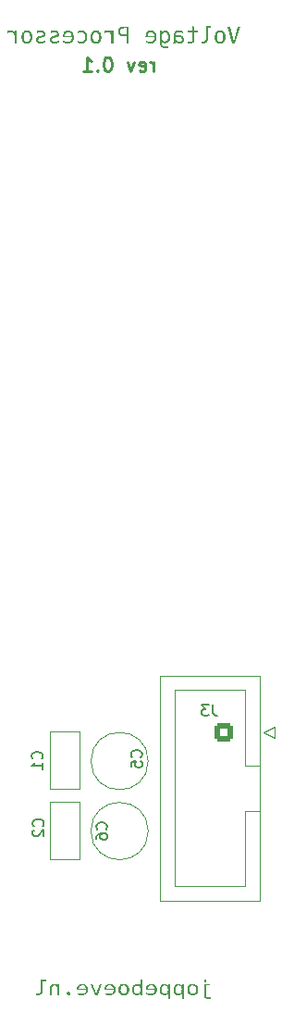
<source format=gbo>
%TF.GenerationSoftware,KiCad,Pcbnew,8.0.4-8.0.4-0~ubuntu22.04.1*%
%TF.CreationDate,2024-07-28T19:50:56+02:00*%
%TF.ProjectId,VoltageProcessor,566f6c74-6167-4655-9072-6f636573736f,0.1*%
%TF.SameCoordinates,Original*%
%TF.FileFunction,Legend,Bot*%
%TF.FilePolarity,Positive*%
%FSLAX46Y46*%
G04 Gerber Fmt 4.6, Leading zero omitted, Abs format (unit mm)*
G04 Created by KiCad (PCBNEW 8.0.4-8.0.4-0~ubuntu22.04.1) date 2024-07-28 19:50:56*
%MOMM*%
%LPD*%
G01*
G04 APERTURE LIST*
G04 Aperture macros list*
%AMRoundRect*
0 Rectangle with rounded corners*
0 $1 Rounding radius*
0 $2 $3 $4 $5 $6 $7 $8 $9 X,Y pos of 4 corners*
0 Add a 4 corners polygon primitive as box body*
4,1,4,$2,$3,$4,$5,$6,$7,$8,$9,$2,$3,0*
0 Add four circle primitives for the rounded corners*
1,1,$1+$1,$2,$3*
1,1,$1+$1,$4,$5*
1,1,$1+$1,$6,$7*
1,1,$1+$1,$8,$9*
0 Add four rect primitives between the rounded corners*
20,1,$1+$1,$2,$3,$4,$5,0*
20,1,$1+$1,$4,$5,$6,$7,0*
20,1,$1+$1,$6,$7,$8,$9,0*
20,1,$1+$1,$8,$9,$2,$3,0*%
G04 Aperture macros list end*
%ADD10C,0.275000*%
%ADD11C,0.200000*%
%ADD12C,0.100000*%
%ADD13C,0.150000*%
%ADD14C,0.120000*%
%ADD15C,1.400000*%
%ADD16O,1.400000X1.400000*%
%ADD17C,1.600000*%
%ADD18C,2.000000*%
%ADD19C,3.500000*%
%ADD20O,1.500000X2.000000*%
%ADD21R,1.600000X1.600000*%
%ADD22O,1.600000X1.600000*%
%ADD23RoundRect,0.250000X0.600000X0.600000X-0.600000X0.600000X-0.600000X-0.600000X0.600000X-0.600000X0*%
%ADD24C,1.700000*%
G04 APERTURE END LIST*
D10*
X110009555Y-66076604D02*
X110009555Y-65209938D01*
X110009555Y-65457557D02*
X109947650Y-65333747D01*
X109947650Y-65333747D02*
X109885745Y-65271842D01*
X109885745Y-65271842D02*
X109761936Y-65209938D01*
X109761936Y-65209938D02*
X109638126Y-65209938D01*
X108709555Y-66014700D02*
X108833364Y-66076604D01*
X108833364Y-66076604D02*
X109080983Y-66076604D01*
X109080983Y-66076604D02*
X109204793Y-66014700D01*
X109204793Y-66014700D02*
X109266697Y-65890890D01*
X109266697Y-65890890D02*
X109266697Y-65395652D01*
X109266697Y-65395652D02*
X109204793Y-65271842D01*
X109204793Y-65271842D02*
X109080983Y-65209938D01*
X109080983Y-65209938D02*
X108833364Y-65209938D01*
X108833364Y-65209938D02*
X108709555Y-65271842D01*
X108709555Y-65271842D02*
X108647650Y-65395652D01*
X108647650Y-65395652D02*
X108647650Y-65519461D01*
X108647650Y-65519461D02*
X109266697Y-65643271D01*
X108214316Y-65209938D02*
X107904792Y-66076604D01*
X107904792Y-66076604D02*
X107595269Y-65209938D01*
X105861936Y-64776604D02*
X105738126Y-64776604D01*
X105738126Y-64776604D02*
X105614317Y-64838509D01*
X105614317Y-64838509D02*
X105552412Y-64900414D01*
X105552412Y-64900414D02*
X105490507Y-65024223D01*
X105490507Y-65024223D02*
X105428602Y-65271842D01*
X105428602Y-65271842D02*
X105428602Y-65581366D01*
X105428602Y-65581366D02*
X105490507Y-65828985D01*
X105490507Y-65828985D02*
X105552412Y-65952795D01*
X105552412Y-65952795D02*
X105614317Y-66014700D01*
X105614317Y-66014700D02*
X105738126Y-66076604D01*
X105738126Y-66076604D02*
X105861936Y-66076604D01*
X105861936Y-66076604D02*
X105985745Y-66014700D01*
X105985745Y-66014700D02*
X106047650Y-65952795D01*
X106047650Y-65952795D02*
X106109555Y-65828985D01*
X106109555Y-65828985D02*
X106171459Y-65581366D01*
X106171459Y-65581366D02*
X106171459Y-65271842D01*
X106171459Y-65271842D02*
X106109555Y-65024223D01*
X106109555Y-65024223D02*
X106047650Y-64900414D01*
X106047650Y-64900414D02*
X105985745Y-64838509D01*
X105985745Y-64838509D02*
X105861936Y-64776604D01*
X104871460Y-65952795D02*
X104809555Y-66014700D01*
X104809555Y-66014700D02*
X104871460Y-66076604D01*
X104871460Y-66076604D02*
X104933364Y-66014700D01*
X104933364Y-66014700D02*
X104871460Y-65952795D01*
X104871460Y-65952795D02*
X104871460Y-66076604D01*
X103571459Y-66076604D02*
X104314316Y-66076604D01*
X103942888Y-66076604D02*
X103942888Y-64776604D01*
X103942888Y-64776604D02*
X104066697Y-64962319D01*
X104066697Y-64962319D02*
X104190507Y-65086128D01*
X104190507Y-65086128D02*
X104314316Y-65148033D01*
D11*
G36*
X117941381Y-61970924D02*
G01*
X117727424Y-61970924D01*
X117368387Y-63323541D01*
X117008618Y-61970924D01*
X116794295Y-61970924D01*
X117242358Y-63495000D01*
X117493318Y-63495000D01*
X117941381Y-61970924D01*
G37*
G36*
X116118817Y-62322785D02*
G01*
X116202812Y-62330032D01*
X116279053Y-62348150D01*
X116347540Y-62377138D01*
X116417642Y-62424698D01*
X116469330Y-62477240D01*
X116505953Y-62528854D01*
X116541708Y-62599505D01*
X116568524Y-62679662D01*
X116584043Y-62753720D01*
X116593354Y-62834379D01*
X116596458Y-62921639D01*
X116594477Y-62991712D01*
X116586431Y-63073395D01*
X116572195Y-63148512D01*
X116546942Y-63229986D01*
X116512775Y-63302007D01*
X116469696Y-63364574D01*
X116408820Y-63424530D01*
X116337111Y-63469760D01*
X116267022Y-63496808D01*
X116188974Y-63513037D01*
X116102965Y-63518447D01*
X116017730Y-63513076D01*
X115940351Y-63496963D01*
X115870829Y-63470108D01*
X115799650Y-63425201D01*
X115739166Y-63365673D01*
X115702753Y-63314480D01*
X115667204Y-63244241D01*
X115640542Y-63164394D01*
X115625113Y-63090515D01*
X115615856Y-63009963D01*
X115612770Y-62922739D01*
X115612862Y-62919441D01*
X115812805Y-62919441D01*
X115813100Y-62945572D01*
X115817522Y-63019344D01*
X115829388Y-63096654D01*
X115851793Y-63173459D01*
X115888276Y-63245139D01*
X115902997Y-63265436D01*
X115960298Y-63318673D01*
X116030265Y-63349728D01*
X116104064Y-63358712D01*
X116121397Y-63358268D01*
X116200458Y-63342741D01*
X116266855Y-63305031D01*
X116320586Y-63245139D01*
X116334139Y-63222978D01*
X116363763Y-63155412D01*
X116383907Y-63075528D01*
X116393757Y-62995523D01*
X116396423Y-62919441D01*
X116396128Y-62893447D01*
X116391706Y-62820065D01*
X116379840Y-62743179D01*
X116357435Y-62666814D01*
X116320952Y-62595575D01*
X116306222Y-62575344D01*
X116248748Y-62522278D01*
X116178395Y-62491323D01*
X116104064Y-62482369D01*
X116086778Y-62482811D01*
X116007945Y-62498288D01*
X115941778Y-62535876D01*
X115888276Y-62595575D01*
X115874788Y-62617596D01*
X115845307Y-62684755D01*
X115825260Y-62764187D01*
X115815458Y-62843758D01*
X115812805Y-62919441D01*
X115612862Y-62919441D01*
X115614751Y-62851899D01*
X115622797Y-62769418D01*
X115637033Y-62693682D01*
X115662286Y-62611701D01*
X115696453Y-62539431D01*
X115739532Y-62476873D01*
X115800302Y-62416774D01*
X115871696Y-62371436D01*
X115941347Y-62344324D01*
X116018803Y-62328056D01*
X116104064Y-62322634D01*
X116118817Y-62322785D01*
G37*
G36*
X114631646Y-63495000D02*
G01*
X114711514Y-63488290D01*
X114789979Y-63464704D01*
X114856388Y-63424135D01*
X114893963Y-63387655D01*
X114938769Y-63320141D01*
X114966287Y-63248500D01*
X114982218Y-63165913D01*
X114986653Y-63084672D01*
X114986653Y-62060317D01*
X115288904Y-62060317D01*
X115288904Y-61900582D01*
X114797976Y-61900582D01*
X114797976Y-63080642D01*
X114792391Y-63159057D01*
X114771391Y-63233759D01*
X114750715Y-63270052D01*
X114692738Y-63318961D01*
X114618919Y-63335201D01*
X114613328Y-63335265D01*
X114392777Y-63335265D01*
X114392777Y-63495000D01*
X114631646Y-63495000D01*
G37*
G36*
X113382711Y-63495000D02*
G01*
X113457642Y-63492037D01*
X113534090Y-63481093D01*
X113606991Y-63458710D01*
X113670557Y-63420940D01*
X113682030Y-63410736D01*
X113728205Y-63346407D01*
X113755140Y-63268567D01*
X113766513Y-63194961D01*
X113769591Y-63122773D01*
X113769591Y-62505816D01*
X114075872Y-62505816D01*
X114075872Y-62346081D01*
X113769591Y-62346081D01*
X113769591Y-62046762D01*
X113580914Y-61964696D01*
X113580914Y-62346081D01*
X113152267Y-62346081D01*
X113152267Y-62505816D01*
X113580914Y-62505816D01*
X113580914Y-63114347D01*
X113575199Y-63189858D01*
X113551397Y-63261045D01*
X113532554Y-63286172D01*
X113466333Y-63322991D01*
X113393226Y-63334498D01*
X113364392Y-63335265D01*
X113152267Y-63335265D01*
X113152267Y-63495000D01*
X113382711Y-63495000D01*
G37*
G36*
X112385948Y-62324053D02*
G01*
X112459913Y-62331507D01*
X112532745Y-62345348D01*
X112580808Y-62357461D01*
X112652472Y-62378464D01*
X112723621Y-62402868D01*
X112723621Y-62591912D01*
X112679200Y-62567503D01*
X112609476Y-62536213D01*
X112536043Y-62511311D01*
X112485439Y-62498649D01*
X112408674Y-62486439D01*
X112330879Y-62482369D01*
X112267406Y-62485895D01*
X112192395Y-62502259D01*
X112122051Y-62538789D01*
X112076731Y-62593366D01*
X112053562Y-62664938D01*
X112047679Y-62738824D01*
X112047679Y-62768133D01*
X112301203Y-62768133D01*
X112317539Y-62768264D01*
X112397460Y-62772873D01*
X112474446Y-62784064D01*
X112548499Y-62801838D01*
X112616563Y-62827734D01*
X112681515Y-62867377D01*
X112736078Y-62918709D01*
X112744729Y-62929313D01*
X112782333Y-62996745D01*
X112801868Y-63071420D01*
X112807519Y-63149518D01*
X112803719Y-63213502D01*
X112786832Y-63289717D01*
X112751686Y-63363033D01*
X112699441Y-63423192D01*
X112649370Y-63460308D01*
X112576801Y-63494633D01*
X112504558Y-63512493D01*
X112425034Y-63518447D01*
X112351991Y-63513545D01*
X112274287Y-63496831D01*
X112199354Y-63468255D01*
X112136843Y-63431697D01*
X112078660Y-63379500D01*
X112031559Y-63314748D01*
X112028641Y-63334426D01*
X112015073Y-63406706D01*
X112010968Y-63424098D01*
X111987229Y-63495000D01*
X111797819Y-63495000D01*
X111817461Y-63442217D01*
X111836798Y-63365349D01*
X111847644Y-63288370D01*
X111852780Y-63224460D01*
X111856775Y-63150754D01*
X111858269Y-63075879D01*
X111858269Y-62968168D01*
X112047679Y-62968168D01*
X112049310Y-63012256D01*
X112059691Y-63084899D01*
X112081751Y-63159410D01*
X112093250Y-63186408D01*
X112132189Y-63248900D01*
X112188729Y-63303757D01*
X112233394Y-63330322D01*
X112303676Y-63352218D01*
X112378872Y-63358712D01*
X112411319Y-63357451D01*
X112486472Y-63342367D01*
X112552529Y-63307055D01*
X112568071Y-63293316D01*
X112607897Y-63227113D01*
X112618841Y-63150983D01*
X112607974Y-63074170D01*
X112569382Y-63010666D01*
X112512962Y-62970091D01*
X112443353Y-62945087D01*
X112433768Y-62943002D01*
X112361066Y-62931651D01*
X112286915Y-62927868D01*
X112047679Y-62927868D01*
X112047679Y-62968168D01*
X111858269Y-62968168D01*
X111858269Y-62841772D01*
X111859544Y-62762277D01*
X111863952Y-62688088D01*
X111874389Y-62613893D01*
X111887051Y-62569016D01*
X111919200Y-62501791D01*
X111968911Y-62442801D01*
X112001108Y-62416487D01*
X112067600Y-62376827D01*
X112136706Y-62350844D01*
X112185432Y-62338502D01*
X112259896Y-62326601D01*
X112336008Y-62322634D01*
X112385948Y-62324053D01*
G37*
G36*
X111149329Y-62326749D02*
G01*
X111222318Y-62342956D01*
X111291870Y-62374658D01*
X111327638Y-62398888D01*
X111385693Y-62452539D01*
X111429623Y-62512044D01*
X111454009Y-62556031D01*
X111483805Y-62626218D01*
X111505460Y-62701454D01*
X111515718Y-62753135D01*
X111525610Y-62830741D01*
X111528907Y-62908450D01*
X111527442Y-62960153D01*
X111519748Y-63037880D01*
X111505460Y-63115812D01*
X111491973Y-63166691D01*
X111465131Y-63238716D01*
X111430355Y-63305589D01*
X111406017Y-63341483D01*
X111352446Y-63399585D01*
X111293335Y-63443342D01*
X111242421Y-63468313D01*
X111165518Y-63488895D01*
X111085973Y-63495000D01*
X111046972Y-63493364D01*
X110969187Y-63478596D01*
X110900593Y-63448471D01*
X110867549Y-63425430D01*
X110814554Y-63369245D01*
X110775296Y-63301926D01*
X110775296Y-63440411D01*
X110775913Y-63472116D01*
X110783295Y-63549105D01*
X110800575Y-63623227D01*
X110802168Y-63628184D01*
X110834647Y-63694302D01*
X110887037Y-63747791D01*
X110911857Y-63762981D01*
X110983294Y-63786202D01*
X111059595Y-63792487D01*
X111087679Y-63791808D01*
X111165456Y-63782671D01*
X111236549Y-63764644D01*
X111258033Y-63757534D01*
X111331152Y-63730306D01*
X111401046Y-63699431D01*
X111401046Y-63892871D01*
X111380679Y-63899477D01*
X111308851Y-63919893D01*
X111236182Y-63936102D01*
X111220527Y-63938983D01*
X111147637Y-63948680D01*
X111069853Y-63952222D01*
X111054076Y-63952083D01*
X110979302Y-63947199D01*
X110898618Y-63932129D01*
X110827799Y-63907013D01*
X110757647Y-63865014D01*
X110700924Y-63809340D01*
X110693892Y-63800312D01*
X110650915Y-63731648D01*
X110618879Y-63653412D01*
X110600125Y-63578733D01*
X110589409Y-63497023D01*
X110586618Y-63423558D01*
X110586618Y-62905886D01*
X110775296Y-62905886D01*
X110775364Y-62918886D01*
X110779624Y-63004438D01*
X110790511Y-63080453D01*
X110811067Y-63155649D01*
X110844539Y-63225355D01*
X110848930Y-63232117D01*
X110899849Y-63287931D01*
X110970571Y-63324531D01*
X111048237Y-63335265D01*
X111064764Y-63334832D01*
X111140355Y-63319706D01*
X111204211Y-63282969D01*
X111256332Y-63224623D01*
X111265250Y-63210360D01*
X111298258Y-63136616D01*
X111317818Y-63057928D01*
X111327383Y-62978932D01*
X111329972Y-62903688D01*
X111329901Y-62890803D01*
X111325461Y-62806143D01*
X111314113Y-62731160D01*
X111292687Y-62657315D01*
X111257798Y-62589347D01*
X111248526Y-62576393D01*
X111194652Y-62524157D01*
X111128255Y-62492816D01*
X111049337Y-62482369D01*
X110974048Y-62491224D01*
X110906821Y-62522669D01*
X110864105Y-62562489D01*
X110824023Y-62627083D01*
X110801520Y-62689282D01*
X110785554Y-62764836D01*
X110778191Y-62832321D01*
X110775296Y-62905886D01*
X110586618Y-62905886D01*
X110586618Y-62346081D01*
X110756978Y-62346081D01*
X110775296Y-62503984D01*
X110791634Y-62475593D01*
X110840224Y-62413579D01*
X110902424Y-62365865D01*
X110937364Y-62349020D01*
X111009042Y-62328713D01*
X111083042Y-62322634D01*
X111149329Y-62326749D01*
G37*
G36*
X109835912Y-62326508D02*
G01*
X109913472Y-62340424D01*
X109984026Y-62364461D01*
X110055024Y-62403600D01*
X110097352Y-62435822D01*
X110153164Y-62491640D01*
X110199761Y-62556443D01*
X110233443Y-62621587D01*
X110259730Y-62692295D01*
X110278506Y-62767034D01*
X110289772Y-62845802D01*
X110293527Y-62928600D01*
X110291163Y-62995216D01*
X110281558Y-63073413D01*
X110264566Y-63145976D01*
X110234422Y-63225613D01*
X110193640Y-63297136D01*
X110142219Y-63360544D01*
X110102605Y-63397552D01*
X110036488Y-63443813D01*
X109962334Y-63478971D01*
X109880142Y-63503027D01*
X109805510Y-63514592D01*
X109725296Y-63518447D01*
X109673364Y-63516958D01*
X109596496Y-63509145D01*
X109520865Y-63494633D01*
X109471016Y-63481559D01*
X109396845Y-63458254D01*
X109323394Y-63430519D01*
X109323394Y-63248436D01*
X109370518Y-63270487D01*
X109442749Y-63300386D01*
X109516835Y-63326472D01*
X109567256Y-63340577D01*
X109644433Y-63354178D01*
X109723464Y-63358712D01*
X109789539Y-63355106D01*
X109867780Y-63339077D01*
X109942336Y-63305718D01*
X110002634Y-63256130D01*
X110039321Y-63207884D01*
X110073251Y-63135963D01*
X110090905Y-63062690D01*
X110096789Y-62980624D01*
X110096789Y-62974762D01*
X109279431Y-62974762D01*
X109279431Y-62881706D01*
X109280545Y-62833523D01*
X109282205Y-62815027D01*
X109468108Y-62815027D01*
X110089462Y-62815027D01*
X110086440Y-62792210D01*
X110068648Y-62716495D01*
X110039637Y-62647233D01*
X110034572Y-62637919D01*
X109989014Y-62575730D01*
X109930094Y-62527065D01*
X109902518Y-62511875D01*
X109828857Y-62488654D01*
X109755338Y-62482369D01*
X109730053Y-62483061D01*
X109656654Y-62494880D01*
X109588642Y-62526699D01*
X109534237Y-62578539D01*
X109497051Y-62646133D01*
X109490268Y-62665282D01*
X109473648Y-62736718D01*
X109468108Y-62815027D01*
X109282205Y-62815027D01*
X109287353Y-62757669D01*
X109303694Y-62673987D01*
X109328947Y-62598317D01*
X109363114Y-62530659D01*
X109406193Y-62471011D01*
X109457223Y-62420586D01*
X109525940Y-62374943D01*
X109604545Y-62343499D01*
X109679790Y-62327850D01*
X109762299Y-62322634D01*
X109835912Y-62326508D01*
G37*
G36*
X107717986Y-63495000D02*
G01*
X107510624Y-63495000D01*
X107510624Y-62880973D01*
X107270655Y-62880973D01*
X107254570Y-62880861D01*
X107177932Y-62876929D01*
X107094303Y-62864796D01*
X107019766Y-62844574D01*
X106944300Y-62810759D01*
X106881210Y-62765935D01*
X106836637Y-62718832D01*
X106796290Y-62654210D01*
X106768496Y-62579175D01*
X106754663Y-62506570D01*
X106750052Y-62426315D01*
X106750076Y-62425582D01*
X106966207Y-62425582D01*
X106974006Y-62506969D01*
X107000603Y-62582445D01*
X107046074Y-62643203D01*
X107070990Y-62664211D01*
X107138398Y-62700355D01*
X107195011Y-62715344D01*
X107270655Y-62721238D01*
X107510624Y-62721238D01*
X107510624Y-62130659D01*
X107270655Y-62130659D01*
X107252605Y-62130959D01*
X107178001Y-62139750D01*
X107107819Y-62163793D01*
X107046074Y-62207595D01*
X107036403Y-62217549D01*
X106994363Y-62281041D01*
X106972524Y-62351609D01*
X106966207Y-62425582D01*
X106750076Y-62425582D01*
X106751577Y-62380226D01*
X106761289Y-62306028D01*
X106781926Y-62232508D01*
X106790386Y-62211305D01*
X106829195Y-62143585D01*
X106882309Y-62085963D01*
X106890807Y-62078885D01*
X106956864Y-62035633D01*
X107034422Y-62003391D01*
X107110053Y-61984518D01*
X107194134Y-61973733D01*
X107270655Y-61970924D01*
X107717986Y-61970924D01*
X107717986Y-63495000D01*
G37*
G36*
X106321406Y-62346081D02*
G01*
X106149947Y-62346081D01*
X106131629Y-62573593D01*
X106096681Y-62503312D01*
X106052288Y-62444049D01*
X105992546Y-62391588D01*
X105986549Y-62387480D01*
X105915299Y-62350561D01*
X105842714Y-62330296D01*
X105762686Y-62322697D01*
X105754274Y-62322634D01*
X105677625Y-62327821D01*
X105599257Y-62345753D01*
X105528045Y-62376493D01*
X105508077Y-62388213D01*
X105508077Y-62586050D01*
X105566123Y-62540689D01*
X105637501Y-62505150D01*
X105715312Y-62486014D01*
X105770760Y-62482369D01*
X105852894Y-62489398D01*
X105924908Y-62510487D01*
X105993826Y-62551017D01*
X106038572Y-62594842D01*
X106079285Y-62657193D01*
X106108365Y-62731771D01*
X106124268Y-62807057D01*
X106131265Y-62891705D01*
X106131629Y-62917609D01*
X106131629Y-63495000D01*
X106321406Y-63495000D01*
X106321406Y-62346081D01*
G37*
G36*
X104749801Y-62322785D02*
G01*
X104833796Y-62330032D01*
X104910037Y-62348150D01*
X104978524Y-62377138D01*
X105048626Y-62424698D01*
X105100314Y-62477240D01*
X105136937Y-62528854D01*
X105172692Y-62599505D01*
X105199508Y-62679662D01*
X105215027Y-62753720D01*
X105224338Y-62834379D01*
X105227442Y-62921639D01*
X105225461Y-62991712D01*
X105217415Y-63073395D01*
X105203179Y-63148512D01*
X105177926Y-63229986D01*
X105143759Y-63302007D01*
X105100680Y-63364574D01*
X105039804Y-63424530D01*
X104968095Y-63469760D01*
X104898006Y-63496808D01*
X104819958Y-63513037D01*
X104733949Y-63518447D01*
X104648714Y-63513076D01*
X104571335Y-63496963D01*
X104501813Y-63470108D01*
X104430634Y-63425201D01*
X104370150Y-63365673D01*
X104333737Y-63314480D01*
X104298188Y-63244241D01*
X104271526Y-63164394D01*
X104256097Y-63090515D01*
X104246840Y-63009963D01*
X104243754Y-62922739D01*
X104243846Y-62919441D01*
X104443789Y-62919441D01*
X104444084Y-62945572D01*
X104448506Y-63019344D01*
X104460372Y-63096654D01*
X104482777Y-63173459D01*
X104519260Y-63245139D01*
X104533981Y-63265436D01*
X104591282Y-63318673D01*
X104661249Y-63349728D01*
X104735048Y-63358712D01*
X104752381Y-63358268D01*
X104831442Y-63342741D01*
X104897839Y-63305031D01*
X104951570Y-63245139D01*
X104965123Y-63222978D01*
X104994747Y-63155412D01*
X105014891Y-63075528D01*
X105024741Y-62995523D01*
X105027407Y-62919441D01*
X105027112Y-62893447D01*
X105022690Y-62820065D01*
X105010824Y-62743179D01*
X104988419Y-62666814D01*
X104951936Y-62595575D01*
X104937206Y-62575344D01*
X104879732Y-62522278D01*
X104809379Y-62491323D01*
X104735048Y-62482369D01*
X104717762Y-62482811D01*
X104638929Y-62498288D01*
X104572762Y-62535876D01*
X104519260Y-62595575D01*
X104505772Y-62617596D01*
X104476291Y-62684755D01*
X104456244Y-62764187D01*
X104446442Y-62843758D01*
X104443789Y-62919441D01*
X104243846Y-62919441D01*
X104245735Y-62851899D01*
X104253781Y-62769418D01*
X104268017Y-62693682D01*
X104293270Y-62611701D01*
X104327437Y-62539431D01*
X104370516Y-62476873D01*
X104431286Y-62416774D01*
X104502680Y-62371436D01*
X104572331Y-62344324D01*
X104649787Y-62328056D01*
X104735048Y-62322634D01*
X104749801Y-62322785D01*
G37*
G36*
X103381699Y-63518447D02*
G01*
X103458287Y-63514818D01*
X103539076Y-63501783D01*
X103612675Y-63479269D01*
X103679085Y-63447275D01*
X103686880Y-63442609D01*
X103751547Y-63395256D01*
X103806651Y-63338513D01*
X103852192Y-63272381D01*
X103873360Y-63231584D01*
X103900928Y-63161448D01*
X103920621Y-63086229D01*
X103932436Y-63005926D01*
X103936313Y-62931492D01*
X103936374Y-62920540D01*
X103933341Y-62845157D01*
X103922448Y-62763984D01*
X103903632Y-62688124D01*
X103876893Y-62617576D01*
X103872993Y-62609131D01*
X103832383Y-62537959D01*
X103782267Y-62476119D01*
X103722645Y-62423610D01*
X103685415Y-62398471D01*
X103619607Y-62365292D01*
X103546379Y-62341593D01*
X103465734Y-62327374D01*
X103389083Y-62322708D01*
X103377669Y-62322634D01*
X103303121Y-62326322D01*
X103229871Y-62338544D01*
X103205478Y-62344982D01*
X103132625Y-62370420D01*
X103063322Y-62402878D01*
X103048307Y-62410928D01*
X103048307Y-62612794D01*
X103107604Y-62564362D01*
X103171598Y-62525053D01*
X103194487Y-62514242D01*
X103267607Y-62491364D01*
X103343843Y-62482649D01*
X103361182Y-62482369D01*
X103434647Y-62487034D01*
X103512393Y-62505410D01*
X103582100Y-62541353D01*
X103637484Y-62591087D01*
X103679988Y-62652362D01*
X103701168Y-62699623D01*
X103721818Y-62770522D01*
X103733896Y-62846702D01*
X103737438Y-62920540D01*
X103733861Y-62993870D01*
X103721660Y-63069905D01*
X103700802Y-63141092D01*
X103666713Y-63210334D01*
X103619950Y-63268037D01*
X103581734Y-63300094D01*
X103512405Y-63335814D01*
X103435185Y-63354075D01*
X103362281Y-63358712D01*
X103285555Y-63353102D01*
X103213738Y-63336272D01*
X103194120Y-63329403D01*
X103127803Y-63297236D01*
X103065412Y-63252026D01*
X103048307Y-63236713D01*
X103048307Y-63430519D01*
X103114349Y-63464780D01*
X103184248Y-63490626D01*
X103258004Y-63508057D01*
X103335617Y-63517073D01*
X103381699Y-63518447D01*
G37*
G36*
X102256568Y-62326508D02*
G01*
X102334128Y-62340424D01*
X102404682Y-62364461D01*
X102475680Y-62403600D01*
X102518008Y-62435822D01*
X102573820Y-62491640D01*
X102620417Y-62556443D01*
X102654099Y-62621587D01*
X102680386Y-62692295D01*
X102699162Y-62767034D01*
X102710428Y-62845802D01*
X102714183Y-62928600D01*
X102711819Y-62995216D01*
X102702214Y-63073413D01*
X102685222Y-63145976D01*
X102655078Y-63225613D01*
X102614296Y-63297136D01*
X102562875Y-63360544D01*
X102523261Y-63397552D01*
X102457144Y-63443813D01*
X102382990Y-63478971D01*
X102300798Y-63503027D01*
X102226166Y-63514592D01*
X102145952Y-63518447D01*
X102094020Y-63516958D01*
X102017152Y-63509145D01*
X101941521Y-63494633D01*
X101891672Y-63481559D01*
X101817501Y-63458254D01*
X101744050Y-63430519D01*
X101744050Y-63248436D01*
X101791174Y-63270487D01*
X101863405Y-63300386D01*
X101937491Y-63326472D01*
X101987912Y-63340577D01*
X102065089Y-63354178D01*
X102144120Y-63358712D01*
X102210195Y-63355106D01*
X102288436Y-63339077D01*
X102362992Y-63305718D01*
X102423290Y-63256130D01*
X102459977Y-63207884D01*
X102493907Y-63135963D01*
X102511561Y-63062690D01*
X102517445Y-62980624D01*
X102517445Y-62974762D01*
X101700087Y-62974762D01*
X101700087Y-62881706D01*
X101701201Y-62833523D01*
X101702861Y-62815027D01*
X101888764Y-62815027D01*
X102510118Y-62815027D01*
X102507096Y-62792210D01*
X102489304Y-62716495D01*
X102460293Y-62647233D01*
X102455228Y-62637919D01*
X102409670Y-62575730D01*
X102350750Y-62527065D01*
X102323174Y-62511875D01*
X102249513Y-62488654D01*
X102175994Y-62482369D01*
X102150709Y-62483061D01*
X102077310Y-62494880D01*
X102009298Y-62526699D01*
X101954893Y-62578539D01*
X101917707Y-62646133D01*
X101910924Y-62665282D01*
X101894304Y-62736718D01*
X101888764Y-62815027D01*
X101702861Y-62815027D01*
X101708009Y-62757669D01*
X101724350Y-62673987D01*
X101749603Y-62598317D01*
X101783769Y-62530659D01*
X101826849Y-62471011D01*
X101877879Y-62420586D01*
X101946596Y-62374943D01*
X102025201Y-62343499D01*
X102100446Y-62327850D01*
X102182955Y-62322634D01*
X102256568Y-62326508D01*
G37*
G36*
X100973953Y-63518447D02*
G01*
X101048513Y-63514976D01*
X101128577Y-63504562D01*
X101201585Y-63490111D01*
X101278638Y-63470559D01*
X101359734Y-63445907D01*
X101359734Y-63251734D01*
X101280613Y-63288090D01*
X101204814Y-63316924D01*
X101132338Y-63338236D01*
X101051983Y-63353593D01*
X100976151Y-63358712D01*
X100899459Y-63352868D01*
X100828730Y-63333161D01*
X100784542Y-63309253D01*
X100733001Y-63255216D01*
X100712805Y-63181428D01*
X100712735Y-63176263D01*
X100731746Y-63103993D01*
X100772819Y-63060125D01*
X100838816Y-63024812D01*
X100909955Y-63001494D01*
X100964061Y-62988684D01*
X101042829Y-62972564D01*
X101118392Y-62953650D01*
X101190481Y-62926132D01*
X101254538Y-62887807D01*
X101280233Y-62865586D01*
X101326223Y-62801959D01*
X101349734Y-62730328D01*
X101355704Y-62662254D01*
X101348652Y-62585271D01*
X101323858Y-62509943D01*
X101281212Y-62446554D01*
X101242864Y-62410928D01*
X101180491Y-62372299D01*
X101106210Y-62344707D01*
X101031448Y-62329618D01*
X100947569Y-62322979D01*
X100921929Y-62322634D01*
X100845233Y-62325965D01*
X100769659Y-62335957D01*
X100695207Y-62352612D01*
X100621877Y-62375928D01*
X100580478Y-62392243D01*
X100580478Y-62577623D01*
X100651544Y-62540508D01*
X100724012Y-62512508D01*
X100797883Y-62493624D01*
X100873157Y-62483857D01*
X100916800Y-62482369D01*
X101001091Y-62488255D01*
X101077389Y-62510001D01*
X101140607Y-62561505D01*
X101164586Y-62639496D01*
X101164829Y-62649797D01*
X101150801Y-62723508D01*
X101143579Y-62736259D01*
X101082817Y-62781524D01*
X101061514Y-62790115D01*
X100986409Y-62812188D01*
X100911327Y-62829344D01*
X100882728Y-62835177D01*
X100806891Y-62849466D01*
X100724777Y-62871644D01*
X100656581Y-62903376D01*
X100593117Y-62954063D01*
X100549694Y-63018506D01*
X100526313Y-63096704D01*
X100521859Y-63156479D01*
X100529438Y-63236117D01*
X100552176Y-63306871D01*
X100595874Y-63375850D01*
X100643126Y-63421727D01*
X100709140Y-63464042D01*
X100786283Y-63494267D01*
X100862911Y-63510796D01*
X100948060Y-63518069D01*
X100973953Y-63518447D01*
G37*
G36*
X99710729Y-63518447D02*
G01*
X99785289Y-63514976D01*
X99865353Y-63504562D01*
X99938361Y-63490111D01*
X100015414Y-63470559D01*
X100096510Y-63445907D01*
X100096510Y-63251734D01*
X100017389Y-63288090D01*
X99941590Y-63316924D01*
X99869114Y-63338236D01*
X99788759Y-63353593D01*
X99712927Y-63358712D01*
X99636235Y-63352868D01*
X99565506Y-63333161D01*
X99521318Y-63309253D01*
X99469777Y-63255216D01*
X99449581Y-63181428D01*
X99449511Y-63176263D01*
X99468522Y-63103993D01*
X99509595Y-63060125D01*
X99575592Y-63024812D01*
X99646731Y-63001494D01*
X99700837Y-62988684D01*
X99779605Y-62972564D01*
X99855168Y-62953650D01*
X99927257Y-62926132D01*
X99991314Y-62887807D01*
X100017009Y-62865586D01*
X100062999Y-62801959D01*
X100086510Y-62730328D01*
X100092480Y-62662254D01*
X100085428Y-62585271D01*
X100060634Y-62509943D01*
X100017988Y-62446554D01*
X99979640Y-62410928D01*
X99917267Y-62372299D01*
X99842986Y-62344707D01*
X99768224Y-62329618D01*
X99684345Y-62322979D01*
X99658705Y-62322634D01*
X99582009Y-62325965D01*
X99506435Y-62335957D01*
X99431983Y-62352612D01*
X99358653Y-62375928D01*
X99317254Y-62392243D01*
X99317254Y-62577623D01*
X99388320Y-62540508D01*
X99460788Y-62512508D01*
X99534659Y-62493624D01*
X99609933Y-62483857D01*
X99653576Y-62482369D01*
X99737867Y-62488255D01*
X99814165Y-62510001D01*
X99877383Y-62561505D01*
X99901362Y-62639496D01*
X99901605Y-62649797D01*
X99887577Y-62723508D01*
X99880355Y-62736259D01*
X99819593Y-62781524D01*
X99798290Y-62790115D01*
X99723185Y-62812188D01*
X99648103Y-62829344D01*
X99619504Y-62835177D01*
X99543667Y-62849466D01*
X99461553Y-62871644D01*
X99393357Y-62903376D01*
X99329893Y-62954063D01*
X99286470Y-63018506D01*
X99263089Y-63096704D01*
X99258635Y-63156479D01*
X99266214Y-63236117D01*
X99288952Y-63306871D01*
X99332650Y-63375850D01*
X99379902Y-63421727D01*
X99445916Y-63464042D01*
X99523059Y-63494267D01*
X99599687Y-63510796D01*
X99684836Y-63518069D01*
X99710729Y-63518447D01*
G37*
G36*
X98433681Y-62322785D02*
G01*
X98517676Y-62330032D01*
X98593917Y-62348150D01*
X98662404Y-62377138D01*
X98732506Y-62424698D01*
X98784193Y-62477240D01*
X98820817Y-62528854D01*
X98856572Y-62599505D01*
X98883388Y-62679662D01*
X98898907Y-62753720D01*
X98908218Y-62834379D01*
X98911322Y-62921639D01*
X98909341Y-62991712D01*
X98901295Y-63073395D01*
X98887059Y-63148512D01*
X98861805Y-63229986D01*
X98827639Y-63302007D01*
X98784560Y-63364574D01*
X98723684Y-63424530D01*
X98651975Y-63469760D01*
X98581886Y-63496808D01*
X98503838Y-63513037D01*
X98417829Y-63518447D01*
X98332594Y-63513076D01*
X98255215Y-63496963D01*
X98185693Y-63470108D01*
X98114514Y-63425201D01*
X98054030Y-63365673D01*
X98017617Y-63314480D01*
X97982068Y-63244241D01*
X97955406Y-63164394D01*
X97939977Y-63090515D01*
X97930720Y-63009963D01*
X97927634Y-62922739D01*
X97927726Y-62919441D01*
X98127669Y-62919441D01*
X98127964Y-62945572D01*
X98132386Y-63019344D01*
X98144252Y-63096654D01*
X98166657Y-63173459D01*
X98203140Y-63245139D01*
X98217861Y-63265436D01*
X98275162Y-63318673D01*
X98345129Y-63349728D01*
X98418928Y-63358712D01*
X98436260Y-63358268D01*
X98515322Y-63342741D01*
X98581719Y-63305031D01*
X98635450Y-63245139D01*
X98649003Y-63222978D01*
X98678627Y-63155412D01*
X98698771Y-63075528D01*
X98708621Y-62995523D01*
X98711287Y-62919441D01*
X98710992Y-62893447D01*
X98706570Y-62820065D01*
X98694704Y-62743179D01*
X98672299Y-62666814D01*
X98635816Y-62595575D01*
X98621086Y-62575344D01*
X98563612Y-62522278D01*
X98493259Y-62491323D01*
X98418928Y-62482369D01*
X98401642Y-62482811D01*
X98322809Y-62498288D01*
X98256642Y-62535876D01*
X98203140Y-62595575D01*
X98189652Y-62617596D01*
X98160171Y-62684755D01*
X98140124Y-62764187D01*
X98130322Y-62843758D01*
X98127669Y-62919441D01*
X97927726Y-62919441D01*
X97929614Y-62851899D01*
X97937661Y-62769418D01*
X97951897Y-62693682D01*
X97977150Y-62611701D01*
X98011317Y-62539431D01*
X98054396Y-62476873D01*
X98115166Y-62416774D01*
X98186560Y-62371436D01*
X98256211Y-62344324D01*
X98333667Y-62328056D01*
X98418928Y-62322634D01*
X98433681Y-62322785D01*
G37*
G36*
X97478838Y-62346081D02*
G01*
X97307379Y-62346081D01*
X97289061Y-62573593D01*
X97254113Y-62503312D01*
X97209720Y-62444049D01*
X97149978Y-62391588D01*
X97143981Y-62387480D01*
X97072731Y-62350561D01*
X97000145Y-62330296D01*
X96920118Y-62322697D01*
X96911706Y-62322634D01*
X96835057Y-62327821D01*
X96756689Y-62345753D01*
X96685477Y-62376493D01*
X96665509Y-62388213D01*
X96665509Y-62586050D01*
X96723555Y-62540689D01*
X96794932Y-62505150D01*
X96872744Y-62486014D01*
X96928192Y-62482369D01*
X97010326Y-62489398D01*
X97082340Y-62510487D01*
X97151257Y-62551017D01*
X97196004Y-62594842D01*
X97236717Y-62657193D01*
X97265797Y-62731771D01*
X97281700Y-62807057D01*
X97288697Y-62891705D01*
X97289061Y-62917609D01*
X97289061Y-63495000D01*
X97478838Y-63495000D01*
X97478838Y-62346081D01*
G37*
D12*
G36*
X114831385Y-149350381D02*
G01*
X114862159Y-149324345D01*
X114862159Y-149173207D01*
X114831385Y-149147171D01*
X114683740Y-149147171D01*
X114652965Y-149173207D01*
X114652965Y-149324345D01*
X114683740Y-149350381D01*
X114831385Y-149350381D01*
G37*
G36*
X115256001Y-150776662D02*
G01*
X115016032Y-150776662D01*
X114935249Y-150762810D01*
X114877547Y-150721255D01*
X114845991Y-150662169D01*
X114833008Y-150594643D01*
X114831385Y-150555036D01*
X114831385Y-149671707D01*
X115156350Y-149671707D01*
X115156350Y-149533270D01*
X114642707Y-149533270D01*
X114642707Y-150552178D01*
X114647125Y-150624257D01*
X114660378Y-150688799D01*
X114686345Y-150753334D01*
X114723851Y-150808026D01*
X114735031Y-150820161D01*
X114792962Y-150866054D01*
X114862891Y-150896927D01*
X114935122Y-150911761D01*
X114995516Y-150915099D01*
X115256001Y-150915099D01*
X115256001Y-150776662D01*
G37*
G36*
X113618817Y-149513080D02*
G01*
X113702812Y-149519361D01*
X113779053Y-149535063D01*
X113847540Y-149560187D01*
X113917642Y-149601405D01*
X113969330Y-149646941D01*
X114005953Y-149691674D01*
X114041708Y-149752905D01*
X114068524Y-149822374D01*
X114084043Y-149886557D01*
X114093354Y-149956462D01*
X114096458Y-150032087D01*
X114094477Y-150092817D01*
X114086431Y-150163609D01*
X114072195Y-150228710D01*
X114046942Y-150299322D01*
X114012775Y-150361739D01*
X113969696Y-150415964D01*
X113908820Y-150467926D01*
X113837111Y-150507126D01*
X113767022Y-150530567D01*
X113688974Y-150544632D01*
X113602965Y-150549321D01*
X113517730Y-150544666D01*
X113440351Y-150530701D01*
X113370829Y-150507427D01*
X113299650Y-150468507D01*
X113239166Y-150416916D01*
X113202753Y-150372550D01*
X113167204Y-150311676D01*
X113140542Y-150242475D01*
X113125113Y-150178446D01*
X113115856Y-150108634D01*
X113112770Y-150033040D01*
X113112862Y-150030182D01*
X113312805Y-150030182D01*
X113313100Y-150052829D01*
X113317522Y-150116765D01*
X113329388Y-150183767D01*
X113351793Y-150250331D01*
X113388276Y-150312454D01*
X113402997Y-150330044D01*
X113460298Y-150376183D01*
X113530265Y-150403098D01*
X113604064Y-150410884D01*
X113621397Y-150410499D01*
X113700458Y-150397042D01*
X113766855Y-150364360D01*
X113820586Y-150312454D01*
X113834139Y-150293248D01*
X113863763Y-150234691D01*
X113883907Y-150165457D01*
X113893757Y-150096120D01*
X113896423Y-150030182D01*
X113896128Y-150007654D01*
X113891706Y-149944056D01*
X113879840Y-149877421D01*
X113857435Y-149811239D01*
X113820952Y-149749498D01*
X113806222Y-149731965D01*
X113748748Y-149685975D01*
X113678395Y-149659147D01*
X113604064Y-149651386D01*
X113586778Y-149651769D01*
X113507945Y-149665183D01*
X113441778Y-149697760D01*
X113388276Y-149749498D01*
X113374788Y-149768583D01*
X113345307Y-149826787D01*
X113325260Y-149895629D01*
X113315458Y-149964591D01*
X113312805Y-150030182D01*
X113112862Y-150030182D01*
X113114751Y-149971645D01*
X113122797Y-149900162D01*
X113137033Y-149834524D01*
X113162286Y-149763474D01*
X113196453Y-149700840D01*
X113239532Y-149646623D01*
X113300302Y-149594537D01*
X113371696Y-149555245D01*
X113441347Y-149531747D01*
X113518803Y-149517649D01*
X113604064Y-149512949D01*
X113618817Y-149513080D01*
G37*
G36*
X112343370Y-149516771D02*
G01*
X112422345Y-149534962D01*
X112490591Y-149568134D01*
X112548108Y-149616287D01*
X112588869Y-149669484D01*
X112607554Y-149533270D01*
X112778646Y-149533270D01*
X112778646Y-150915099D01*
X112588869Y-150915099D01*
X112588869Y-150398501D01*
X112556801Y-150441950D01*
X112501869Y-150490406D01*
X112435226Y-150524429D01*
X112356872Y-150544018D01*
X112280390Y-150549321D01*
X112230696Y-150547148D01*
X112150096Y-150532887D01*
X112077595Y-150505317D01*
X112013193Y-150464438D01*
X111956891Y-150410249D01*
X111922483Y-150364193D01*
X111888892Y-150302337D01*
X111863699Y-150233293D01*
X111849119Y-150170264D01*
X111840372Y-150102243D01*
X111837532Y-150031135D01*
X112035293Y-150031135D01*
X112037663Y-150099000D01*
X112048195Y-150179103D01*
X112067155Y-150247340D01*
X112102704Y-150315946D01*
X112151419Y-150366011D01*
X112227256Y-150401612D01*
X112304937Y-150410884D01*
X112321860Y-150410498D01*
X112398961Y-150396997D01*
X112463540Y-150364210D01*
X112515596Y-150312136D01*
X112528691Y-150292825D01*
X112557313Y-150234124D01*
X112576776Y-150164945D01*
X112586293Y-150095819D01*
X112588869Y-150030182D01*
X112588798Y-150018893D01*
X112584335Y-149944433D01*
X112572930Y-149877965D01*
X112551395Y-149811788D01*
X112516329Y-149749816D01*
X112506959Y-149737897D01*
X112452427Y-149689835D01*
X112385086Y-149660998D01*
X112304937Y-149651386D01*
X112227256Y-149660657D01*
X112151419Y-149696259D01*
X112102704Y-149746323D01*
X112067155Y-149814930D01*
X112048195Y-149883166D01*
X112037663Y-149963270D01*
X112035293Y-150031135D01*
X111837532Y-150031135D01*
X111837456Y-150029230D01*
X111839305Y-149970956D01*
X111846816Y-149902550D01*
X111860106Y-149839075D01*
X111883681Y-149769413D01*
X111915576Y-149706850D01*
X111955792Y-149651386D01*
X111994918Y-149611504D01*
X112056908Y-149567026D01*
X112127313Y-149535797D01*
X112206133Y-149517816D01*
X112280390Y-149512949D01*
X112343370Y-149516771D01*
G37*
G36*
X111080146Y-149516771D02*
G01*
X111159121Y-149534962D01*
X111227367Y-149568134D01*
X111284884Y-149616287D01*
X111325645Y-149669484D01*
X111344330Y-149533270D01*
X111515422Y-149533270D01*
X111515422Y-150915099D01*
X111325645Y-150915099D01*
X111325645Y-150398501D01*
X111293577Y-150441950D01*
X111238645Y-150490406D01*
X111172002Y-150524429D01*
X111093648Y-150544018D01*
X111017166Y-150549321D01*
X110967472Y-150547148D01*
X110886872Y-150532887D01*
X110814371Y-150505317D01*
X110749969Y-150464438D01*
X110693667Y-150410249D01*
X110659259Y-150364193D01*
X110625668Y-150302337D01*
X110600475Y-150233293D01*
X110585895Y-150170264D01*
X110577148Y-150102243D01*
X110574308Y-150031135D01*
X110772069Y-150031135D01*
X110774439Y-150099000D01*
X110784971Y-150179103D01*
X110803931Y-150247340D01*
X110839480Y-150315946D01*
X110888195Y-150366011D01*
X110964032Y-150401612D01*
X111041713Y-150410884D01*
X111058636Y-150410498D01*
X111135737Y-150396997D01*
X111200316Y-150364210D01*
X111252372Y-150312136D01*
X111265467Y-150292825D01*
X111294089Y-150234124D01*
X111313552Y-150164945D01*
X111323069Y-150095819D01*
X111325645Y-150030182D01*
X111325574Y-150018893D01*
X111321111Y-149944433D01*
X111309706Y-149877965D01*
X111288171Y-149811788D01*
X111253105Y-149749816D01*
X111243735Y-149737897D01*
X111189203Y-149689835D01*
X111121862Y-149660998D01*
X111041713Y-149651386D01*
X110964032Y-149660657D01*
X110888195Y-149696259D01*
X110839480Y-149746323D01*
X110803931Y-149814930D01*
X110784971Y-149883166D01*
X110774439Y-149963270D01*
X110772069Y-150031135D01*
X110574308Y-150031135D01*
X110574232Y-150029230D01*
X110576081Y-149970956D01*
X110583592Y-149902550D01*
X110596882Y-149839075D01*
X110620457Y-149769413D01*
X110652352Y-149706850D01*
X110692568Y-149651386D01*
X110731694Y-149611504D01*
X110793684Y-149567026D01*
X110864089Y-149535797D01*
X110942909Y-149517816D01*
X111017166Y-149512949D01*
X111080146Y-149516771D01*
G37*
G36*
X109862360Y-149516307D02*
G01*
X109939920Y-149528368D01*
X110010474Y-149549200D01*
X110081472Y-149583120D01*
X110123800Y-149611045D01*
X110179612Y-149659422D01*
X110226209Y-149715584D01*
X110259891Y-149772042D01*
X110286178Y-149833323D01*
X110304954Y-149898096D01*
X110316220Y-149966362D01*
X110319975Y-150038120D01*
X110317611Y-150095854D01*
X110308006Y-150163625D01*
X110291014Y-150226512D01*
X110260870Y-150295531D01*
X110220088Y-150357517D01*
X110168667Y-150412471D01*
X110129053Y-150444545D01*
X110062936Y-150484638D01*
X109988782Y-150515108D01*
X109906590Y-150535956D01*
X109831958Y-150545979D01*
X109751744Y-150549321D01*
X109699812Y-150548031D01*
X109622944Y-150541259D01*
X109547313Y-150528682D01*
X109497464Y-150517351D01*
X109423293Y-150497154D01*
X109349842Y-150473117D01*
X109349842Y-150315311D01*
X109396966Y-150334422D01*
X109469197Y-150360334D01*
X109543283Y-150382942D01*
X109593704Y-150395167D01*
X109670881Y-150406954D01*
X109749912Y-150410884D01*
X109815987Y-150407758D01*
X109894228Y-150393867D01*
X109968784Y-150364956D01*
X110029082Y-150321979D01*
X110065769Y-150280166D01*
X110099699Y-150217834D01*
X110117353Y-150154331D01*
X110123237Y-150083207D01*
X110123237Y-150078127D01*
X109305879Y-150078127D01*
X109305879Y-149997478D01*
X109306993Y-149955720D01*
X109308653Y-149939690D01*
X109494556Y-149939690D01*
X110115910Y-149939690D01*
X110112888Y-149919915D01*
X110095096Y-149854296D01*
X110066085Y-149794268D01*
X110061020Y-149786196D01*
X110015462Y-149732299D01*
X109956542Y-149690123D01*
X109928966Y-149676959D01*
X109855305Y-149656833D01*
X109781786Y-149651386D01*
X109756501Y-149651986D01*
X109683102Y-149662229D01*
X109615090Y-149689806D01*
X109560685Y-149734734D01*
X109523499Y-149793316D01*
X109516716Y-149809911D01*
X109500096Y-149871823D01*
X109494556Y-149939690D01*
X109308653Y-149939690D01*
X109313801Y-149889979D01*
X109330142Y-149817455D01*
X109355395Y-149751875D01*
X109389562Y-149693237D01*
X109432641Y-149641543D01*
X109483671Y-149597841D01*
X109552388Y-149558284D01*
X109630993Y-149531033D01*
X109706238Y-149517470D01*
X109788747Y-149512949D01*
X109862360Y-149516307D01*
G37*
G36*
X108986043Y-150529000D02*
G01*
X108815683Y-150529000D01*
X108797365Y-150398501D01*
X108763670Y-150441950D01*
X108706759Y-150490406D01*
X108638488Y-150524429D01*
X108558856Y-150544018D01*
X108481559Y-150549321D01*
X108415417Y-150545704D01*
X108342999Y-150531460D01*
X108274563Y-150503598D01*
X108239311Y-150482043D01*
X108182400Y-150434514D01*
X108139741Y-150381990D01*
X108113357Y-150338023D01*
X108085210Y-150275415D01*
X108066468Y-150214024D01*
X108054490Y-150156412D01*
X108046438Y-150092896D01*
X108043834Y-150031135D01*
X108242690Y-150031135D01*
X108245254Y-150092415D01*
X108252948Y-150156871D01*
X108267694Y-150220930D01*
X108291416Y-150281020D01*
X108321219Y-150327451D01*
X108374581Y-150375004D01*
X108442610Y-150403000D01*
X108519295Y-150410884D01*
X108595534Y-150403000D01*
X108663642Y-150375004D01*
X108709264Y-150336396D01*
X108747540Y-150281337D01*
X108772086Y-150221406D01*
X108787107Y-150157189D01*
X108794470Y-150096231D01*
X108797365Y-150030182D01*
X108794801Y-149968822D01*
X108787107Y-149904129D01*
X108773304Y-149843939D01*
X108747540Y-149780615D01*
X108717056Y-149734678D01*
X108663642Y-149687583D01*
X108595534Y-149659339D01*
X108519295Y-149651386D01*
X108442610Y-149659339D01*
X108374581Y-149687583D01*
X108328937Y-149726034D01*
X108291416Y-149781250D01*
X108267694Y-149840943D01*
X108252948Y-149905081D01*
X108245585Y-149965829D01*
X108242690Y-150031135D01*
X108043834Y-150031135D01*
X108043754Y-150029230D01*
X108045493Y-149977767D01*
X108053221Y-149909072D01*
X108065736Y-149846023D01*
X108078536Y-149801174D01*
X108104519Y-149737770D01*
X108138642Y-149679010D01*
X108158787Y-149651840D01*
X108210563Y-149600171D01*
X108273464Y-149558354D01*
X108335776Y-149532503D01*
X108407352Y-149517383D01*
X108480460Y-149512949D01*
X108518619Y-149514300D01*
X108596349Y-149526494D01*
X108667306Y-149551369D01*
X108701830Y-149570044D01*
X108756922Y-149615368D01*
X108797365Y-149669484D01*
X108797365Y-149147171D01*
X108986043Y-149147171D01*
X108986043Y-150529000D01*
G37*
G36*
X107302697Y-149513080D02*
G01*
X107386692Y-149519361D01*
X107462933Y-149535063D01*
X107531420Y-149560187D01*
X107601522Y-149601405D01*
X107653210Y-149646941D01*
X107689833Y-149691674D01*
X107725588Y-149752905D01*
X107752404Y-149822374D01*
X107767923Y-149886557D01*
X107777234Y-149956462D01*
X107780338Y-150032087D01*
X107778357Y-150092817D01*
X107770311Y-150163609D01*
X107756075Y-150228710D01*
X107730822Y-150299322D01*
X107696655Y-150361739D01*
X107653576Y-150415964D01*
X107592700Y-150467926D01*
X107520991Y-150507126D01*
X107450902Y-150530567D01*
X107372854Y-150544632D01*
X107286845Y-150549321D01*
X107201610Y-150544666D01*
X107124231Y-150530701D01*
X107054709Y-150507427D01*
X106983530Y-150468507D01*
X106923046Y-150416916D01*
X106886633Y-150372550D01*
X106851084Y-150311676D01*
X106824422Y-150242475D01*
X106808993Y-150178446D01*
X106799736Y-150108634D01*
X106796650Y-150033040D01*
X106796742Y-150030182D01*
X106996685Y-150030182D01*
X106996980Y-150052829D01*
X107001402Y-150116765D01*
X107013268Y-150183767D01*
X107035673Y-150250331D01*
X107072156Y-150312454D01*
X107086877Y-150330044D01*
X107144178Y-150376183D01*
X107214145Y-150403098D01*
X107287944Y-150410884D01*
X107305277Y-150410499D01*
X107384338Y-150397042D01*
X107450735Y-150364360D01*
X107504466Y-150312454D01*
X107518019Y-150293248D01*
X107547643Y-150234691D01*
X107567787Y-150165457D01*
X107577637Y-150096120D01*
X107580303Y-150030182D01*
X107580008Y-150007654D01*
X107575586Y-149944056D01*
X107563720Y-149877421D01*
X107541315Y-149811239D01*
X107504832Y-149749498D01*
X107490102Y-149731965D01*
X107432628Y-149685975D01*
X107362275Y-149659147D01*
X107287944Y-149651386D01*
X107270658Y-149651769D01*
X107191825Y-149665183D01*
X107125658Y-149697760D01*
X107072156Y-149749498D01*
X107058668Y-149768583D01*
X107029187Y-149826787D01*
X107009140Y-149895629D01*
X106999338Y-149964591D01*
X106996685Y-150030182D01*
X106796742Y-150030182D01*
X106798631Y-149971645D01*
X106806677Y-149900162D01*
X106820913Y-149834524D01*
X106846166Y-149763474D01*
X106880333Y-149700840D01*
X106923412Y-149646623D01*
X106984182Y-149594537D01*
X107055576Y-149555245D01*
X107125227Y-149531747D01*
X107202683Y-149517649D01*
X107287944Y-149512949D01*
X107302697Y-149513080D01*
G37*
G36*
X106072688Y-149516307D02*
G01*
X106150248Y-149528368D01*
X106220802Y-149549200D01*
X106291800Y-149583120D01*
X106334128Y-149611045D01*
X106389940Y-149659422D01*
X106436537Y-149715584D01*
X106470219Y-149772042D01*
X106496506Y-149833323D01*
X106515282Y-149898096D01*
X106526548Y-149966362D01*
X106530303Y-150038120D01*
X106527939Y-150095854D01*
X106518334Y-150163625D01*
X106501342Y-150226512D01*
X106471198Y-150295531D01*
X106430416Y-150357517D01*
X106378995Y-150412471D01*
X106339381Y-150444545D01*
X106273264Y-150484638D01*
X106199110Y-150515108D01*
X106116918Y-150535956D01*
X106042286Y-150545979D01*
X105962072Y-150549321D01*
X105910140Y-150548031D01*
X105833272Y-150541259D01*
X105757641Y-150528682D01*
X105707792Y-150517351D01*
X105633621Y-150497154D01*
X105560170Y-150473117D01*
X105560170Y-150315311D01*
X105607294Y-150334422D01*
X105679525Y-150360334D01*
X105753611Y-150382942D01*
X105804032Y-150395167D01*
X105881209Y-150406954D01*
X105960240Y-150410884D01*
X106026315Y-150407758D01*
X106104556Y-150393867D01*
X106179112Y-150364956D01*
X106239410Y-150321979D01*
X106276097Y-150280166D01*
X106310027Y-150217834D01*
X106327681Y-150154331D01*
X106333565Y-150083207D01*
X106333565Y-150078127D01*
X105516207Y-150078127D01*
X105516207Y-149997478D01*
X105517321Y-149955720D01*
X105518981Y-149939690D01*
X105704884Y-149939690D01*
X106326238Y-149939690D01*
X106323216Y-149919915D01*
X106305424Y-149854296D01*
X106276413Y-149794268D01*
X106271348Y-149786196D01*
X106225790Y-149732299D01*
X106166870Y-149690123D01*
X106139294Y-149676959D01*
X106065633Y-149656833D01*
X105992114Y-149651386D01*
X105966829Y-149651986D01*
X105893430Y-149662229D01*
X105825418Y-149689806D01*
X105771013Y-149734734D01*
X105733827Y-149793316D01*
X105727044Y-149809911D01*
X105710424Y-149871823D01*
X105704884Y-149939690D01*
X105518981Y-149939690D01*
X105524129Y-149889979D01*
X105540470Y-149817455D01*
X105565723Y-149751875D01*
X105599890Y-149693237D01*
X105642969Y-149641543D01*
X105693999Y-149597841D01*
X105762716Y-149558284D01*
X105841321Y-149531033D01*
X105916566Y-149517470D01*
X105999075Y-149512949D01*
X106072688Y-149516307D01*
G37*
G36*
X105291625Y-149533270D02*
G01*
X105095987Y-149533270D01*
X104762595Y-150369289D01*
X104428471Y-149533270D01*
X104232466Y-149533270D01*
X104640596Y-150529000D01*
X104883496Y-150529000D01*
X105291625Y-149533270D01*
G37*
G36*
X103546240Y-149516307D02*
G01*
X103623800Y-149528368D01*
X103694354Y-149549200D01*
X103765352Y-149583120D01*
X103807680Y-149611045D01*
X103863492Y-149659422D01*
X103910089Y-149715584D01*
X103943771Y-149772042D01*
X103970058Y-149833323D01*
X103988834Y-149898096D01*
X104000100Y-149966362D01*
X104003855Y-150038120D01*
X104001491Y-150095854D01*
X103991886Y-150163625D01*
X103974894Y-150226512D01*
X103944750Y-150295531D01*
X103903968Y-150357517D01*
X103852547Y-150412471D01*
X103812933Y-150444545D01*
X103746816Y-150484638D01*
X103672662Y-150515108D01*
X103590470Y-150535956D01*
X103515838Y-150545979D01*
X103435624Y-150549321D01*
X103383692Y-150548031D01*
X103306824Y-150541259D01*
X103231193Y-150528682D01*
X103181344Y-150517351D01*
X103107173Y-150497154D01*
X103033722Y-150473117D01*
X103033722Y-150315311D01*
X103080846Y-150334422D01*
X103153077Y-150360334D01*
X103227163Y-150382942D01*
X103277584Y-150395167D01*
X103354761Y-150406954D01*
X103433792Y-150410884D01*
X103499867Y-150407758D01*
X103578108Y-150393867D01*
X103652664Y-150364956D01*
X103712962Y-150321979D01*
X103749649Y-150280166D01*
X103783579Y-150217834D01*
X103801233Y-150154331D01*
X103807117Y-150083207D01*
X103807117Y-150078127D01*
X102989759Y-150078127D01*
X102989759Y-149997478D01*
X102990873Y-149955720D01*
X102992533Y-149939690D01*
X103178436Y-149939690D01*
X103799790Y-149939690D01*
X103796768Y-149919915D01*
X103778976Y-149854296D01*
X103749965Y-149794268D01*
X103744900Y-149786196D01*
X103699342Y-149732299D01*
X103640422Y-149690123D01*
X103612846Y-149676959D01*
X103539185Y-149656833D01*
X103465666Y-149651386D01*
X103440381Y-149651986D01*
X103366982Y-149662229D01*
X103298970Y-149689806D01*
X103244565Y-149734734D01*
X103207379Y-149793316D01*
X103200596Y-149809911D01*
X103183976Y-149871823D01*
X103178436Y-149939690D01*
X102992533Y-149939690D01*
X102997681Y-149889979D01*
X103014022Y-149817455D01*
X103039275Y-149751875D01*
X103073441Y-149693237D01*
X103116521Y-149641543D01*
X103167551Y-149597841D01*
X103236268Y-149558284D01*
X103314873Y-149531033D01*
X103390118Y-149517470D01*
X103472627Y-149512949D01*
X103546240Y-149516307D01*
G37*
G36*
X102239078Y-150549321D02*
G01*
X102310962Y-150535959D01*
X102357414Y-150507091D01*
X102396221Y-150451289D01*
X102405408Y-150396913D01*
X102391863Y-150332224D01*
X102357414Y-150287053D01*
X102292366Y-150251527D01*
X102239078Y-150244505D01*
X102164038Y-150259505D01*
X102121475Y-150287053D01*
X102082372Y-150342598D01*
X102073115Y-150396913D01*
X102086764Y-150461691D01*
X102121475Y-150507091D01*
X102186088Y-150542351D01*
X102239078Y-150549321D01*
G37*
G36*
X101404501Y-149533270D02*
G01*
X101234508Y-149533270D01*
X101215823Y-149685678D01*
X101172482Y-149626977D01*
X101119944Y-149580421D01*
X101058210Y-149546011D01*
X100987280Y-149523745D01*
X100907154Y-149513624D01*
X100878401Y-149512949D01*
X100795969Y-149519220D01*
X100724528Y-149538033D01*
X100650683Y-149579186D01*
X100594011Y-149639936D01*
X100561038Y-149702645D01*
X100539057Y-149777896D01*
X100529783Y-149842565D01*
X100526692Y-149914289D01*
X100526692Y-150529000D01*
X100716468Y-150529000D01*
X100716468Y-149912066D01*
X100720729Y-149842144D01*
X100735455Y-149777648D01*
X100767011Y-149718590D01*
X100770324Y-149714572D01*
X100828738Y-149671378D01*
X100903197Y-149652929D01*
X100937020Y-149651386D01*
X101014972Y-149659417D01*
X101086670Y-149686802D01*
X101143649Y-149733623D01*
X101181710Y-149791656D01*
X101203911Y-149855233D01*
X101214061Y-149920770D01*
X101215823Y-149966044D01*
X101215823Y-150529000D01*
X101404501Y-150529000D01*
X101404501Y-149533270D01*
G37*
G36*
X99499406Y-150529000D02*
G01*
X99579274Y-150523185D01*
X99657739Y-150502743D01*
X99724148Y-150467584D01*
X99761723Y-150435967D01*
X99806529Y-150377456D01*
X99834047Y-150315366D01*
X99849978Y-150243791D01*
X99854413Y-150173382D01*
X99854413Y-149285608D01*
X100156664Y-149285608D01*
X100156664Y-149147171D01*
X99665736Y-149147171D01*
X99665736Y-150169889D01*
X99660151Y-150237850D01*
X99639151Y-150302591D01*
X99618475Y-150334045D01*
X99560498Y-150376433D01*
X99486679Y-150390507D01*
X99481088Y-150390563D01*
X99260537Y-150390563D01*
X99260537Y-150529000D01*
X99499406Y-150529000D01*
G37*
D13*
X105659580Y-135383333D02*
X105707200Y-135335714D01*
X105707200Y-135335714D02*
X105754819Y-135192857D01*
X105754819Y-135192857D02*
X105754819Y-135097619D01*
X105754819Y-135097619D02*
X105707200Y-134954762D01*
X105707200Y-134954762D02*
X105611961Y-134859524D01*
X105611961Y-134859524D02*
X105516723Y-134811905D01*
X105516723Y-134811905D02*
X105326247Y-134764286D01*
X105326247Y-134764286D02*
X105183390Y-134764286D01*
X105183390Y-134764286D02*
X104992914Y-134811905D01*
X104992914Y-134811905D02*
X104897676Y-134859524D01*
X104897676Y-134859524D02*
X104802438Y-134954762D01*
X104802438Y-134954762D02*
X104754819Y-135097619D01*
X104754819Y-135097619D02*
X104754819Y-135192857D01*
X104754819Y-135192857D02*
X104802438Y-135335714D01*
X104802438Y-135335714D02*
X104850057Y-135383333D01*
X104754819Y-136240476D02*
X104754819Y-136050000D01*
X104754819Y-136050000D02*
X104802438Y-135954762D01*
X104802438Y-135954762D02*
X104850057Y-135907143D01*
X104850057Y-135907143D02*
X104992914Y-135811905D01*
X104992914Y-135811905D02*
X105183390Y-135764286D01*
X105183390Y-135764286D02*
X105564342Y-135764286D01*
X105564342Y-135764286D02*
X105659580Y-135811905D01*
X105659580Y-135811905D02*
X105707200Y-135859524D01*
X105707200Y-135859524D02*
X105754819Y-135954762D01*
X105754819Y-135954762D02*
X105754819Y-136145238D01*
X105754819Y-136145238D02*
X105707200Y-136240476D01*
X105707200Y-136240476D02*
X105659580Y-136288095D01*
X105659580Y-136288095D02*
X105564342Y-136335714D01*
X105564342Y-136335714D02*
X105326247Y-136335714D01*
X105326247Y-136335714D02*
X105231009Y-136288095D01*
X105231009Y-136288095D02*
X105183390Y-136240476D01*
X105183390Y-136240476D02*
X105135771Y-136145238D01*
X105135771Y-136145238D02*
X105135771Y-135954762D01*
X105135771Y-135954762D02*
X105183390Y-135859524D01*
X105183390Y-135859524D02*
X105231009Y-135811905D01*
X105231009Y-135811905D02*
X105326247Y-135764286D01*
X99759580Y-128933333D02*
X99807200Y-128885714D01*
X99807200Y-128885714D02*
X99854819Y-128742857D01*
X99854819Y-128742857D02*
X99854819Y-128647619D01*
X99854819Y-128647619D02*
X99807200Y-128504762D01*
X99807200Y-128504762D02*
X99711961Y-128409524D01*
X99711961Y-128409524D02*
X99616723Y-128361905D01*
X99616723Y-128361905D02*
X99426247Y-128314286D01*
X99426247Y-128314286D02*
X99283390Y-128314286D01*
X99283390Y-128314286D02*
X99092914Y-128361905D01*
X99092914Y-128361905D02*
X98997676Y-128409524D01*
X98997676Y-128409524D02*
X98902438Y-128504762D01*
X98902438Y-128504762D02*
X98854819Y-128647619D01*
X98854819Y-128647619D02*
X98854819Y-128742857D01*
X98854819Y-128742857D02*
X98902438Y-128885714D01*
X98902438Y-128885714D02*
X98950057Y-128933333D01*
X99854819Y-129885714D02*
X99854819Y-129314286D01*
X99854819Y-129600000D02*
X98854819Y-129600000D01*
X98854819Y-129600000D02*
X98997676Y-129504762D01*
X98997676Y-129504762D02*
X99092914Y-129409524D01*
X99092914Y-129409524D02*
X99140533Y-129314286D01*
X115433333Y-124004819D02*
X115433333Y-124719104D01*
X115433333Y-124719104D02*
X115480952Y-124861961D01*
X115480952Y-124861961D02*
X115576190Y-124957200D01*
X115576190Y-124957200D02*
X115719047Y-125004819D01*
X115719047Y-125004819D02*
X115814285Y-125004819D01*
X115052380Y-124004819D02*
X114433333Y-124004819D01*
X114433333Y-124004819D02*
X114766666Y-124385771D01*
X114766666Y-124385771D02*
X114623809Y-124385771D01*
X114623809Y-124385771D02*
X114528571Y-124433390D01*
X114528571Y-124433390D02*
X114480952Y-124481009D01*
X114480952Y-124481009D02*
X114433333Y-124576247D01*
X114433333Y-124576247D02*
X114433333Y-124814342D01*
X114433333Y-124814342D02*
X114480952Y-124909580D01*
X114480952Y-124909580D02*
X114528571Y-124957200D01*
X114528571Y-124957200D02*
X114623809Y-125004819D01*
X114623809Y-125004819D02*
X114909523Y-125004819D01*
X114909523Y-125004819D02*
X115004761Y-124957200D01*
X115004761Y-124957200D02*
X115052380Y-124909580D01*
X108859580Y-128783333D02*
X108907200Y-128735714D01*
X108907200Y-128735714D02*
X108954819Y-128592857D01*
X108954819Y-128592857D02*
X108954819Y-128497619D01*
X108954819Y-128497619D02*
X108907200Y-128354762D01*
X108907200Y-128354762D02*
X108811961Y-128259524D01*
X108811961Y-128259524D02*
X108716723Y-128211905D01*
X108716723Y-128211905D02*
X108526247Y-128164286D01*
X108526247Y-128164286D02*
X108383390Y-128164286D01*
X108383390Y-128164286D02*
X108192914Y-128211905D01*
X108192914Y-128211905D02*
X108097676Y-128259524D01*
X108097676Y-128259524D02*
X108002438Y-128354762D01*
X108002438Y-128354762D02*
X107954819Y-128497619D01*
X107954819Y-128497619D02*
X107954819Y-128592857D01*
X107954819Y-128592857D02*
X108002438Y-128735714D01*
X108002438Y-128735714D02*
X108050057Y-128783333D01*
X107954819Y-129688095D02*
X107954819Y-129211905D01*
X107954819Y-129211905D02*
X108431009Y-129164286D01*
X108431009Y-129164286D02*
X108383390Y-129211905D01*
X108383390Y-129211905D02*
X108335771Y-129307143D01*
X108335771Y-129307143D02*
X108335771Y-129545238D01*
X108335771Y-129545238D02*
X108383390Y-129640476D01*
X108383390Y-129640476D02*
X108431009Y-129688095D01*
X108431009Y-129688095D02*
X108526247Y-129735714D01*
X108526247Y-129735714D02*
X108764342Y-129735714D01*
X108764342Y-129735714D02*
X108859580Y-129688095D01*
X108859580Y-129688095D02*
X108907200Y-129640476D01*
X108907200Y-129640476D02*
X108954819Y-129545238D01*
X108954819Y-129545238D02*
X108954819Y-129307143D01*
X108954819Y-129307143D02*
X108907200Y-129211905D01*
X108907200Y-129211905D02*
X108859580Y-129164286D01*
X99859580Y-135083333D02*
X99907200Y-135035714D01*
X99907200Y-135035714D02*
X99954819Y-134892857D01*
X99954819Y-134892857D02*
X99954819Y-134797619D01*
X99954819Y-134797619D02*
X99907200Y-134654762D01*
X99907200Y-134654762D02*
X99811961Y-134559524D01*
X99811961Y-134559524D02*
X99716723Y-134511905D01*
X99716723Y-134511905D02*
X99526247Y-134464286D01*
X99526247Y-134464286D02*
X99383390Y-134464286D01*
X99383390Y-134464286D02*
X99192914Y-134511905D01*
X99192914Y-134511905D02*
X99097676Y-134559524D01*
X99097676Y-134559524D02*
X99002438Y-134654762D01*
X99002438Y-134654762D02*
X98954819Y-134797619D01*
X98954819Y-134797619D02*
X98954819Y-134892857D01*
X98954819Y-134892857D02*
X99002438Y-135035714D01*
X99002438Y-135035714D02*
X99050057Y-135083333D01*
X99050057Y-135464286D02*
X99002438Y-135511905D01*
X99002438Y-135511905D02*
X98954819Y-135607143D01*
X98954819Y-135607143D02*
X98954819Y-135845238D01*
X98954819Y-135845238D02*
X99002438Y-135940476D01*
X99002438Y-135940476D02*
X99050057Y-135988095D01*
X99050057Y-135988095D02*
X99145295Y-136035714D01*
X99145295Y-136035714D02*
X99240533Y-136035714D01*
X99240533Y-136035714D02*
X99383390Y-135988095D01*
X99383390Y-135988095D02*
X99954819Y-135416667D01*
X99954819Y-135416667D02*
X99954819Y-136035714D01*
D14*
%TO.C,C6*%
X109520000Y-135550000D02*
G75*
G02*
X104280000Y-135550000I-2620000J0D01*
G01*
X104280000Y-135550000D02*
G75*
G02*
X109520000Y-135550000I2620000J0D01*
G01*
%TO.C,C1*%
X100530000Y-131720000D02*
X100530000Y-126480000D01*
X103270000Y-126480000D02*
X100530000Y-126480000D01*
X103270000Y-131720000D02*
X100530000Y-131720000D01*
X103270000Y-131720000D02*
X103270000Y-126480000D01*
%TO.C,J3*%
X110610000Y-121340000D02*
X119730000Y-121340000D01*
X110610000Y-141920000D02*
X110610000Y-121340000D01*
X111920000Y-122640000D02*
X118420000Y-122640000D01*
X111920000Y-140620000D02*
X111920000Y-122640000D01*
X118420000Y-122640000D02*
X118420000Y-129580000D01*
X118420000Y-129580000D02*
X119730000Y-129580000D01*
X118420000Y-133680000D02*
X118420000Y-133680000D01*
X118420000Y-133680000D02*
X118420000Y-140620000D01*
X118420000Y-140620000D02*
X111920000Y-140620000D01*
X119730000Y-121340000D02*
X119730000Y-141920000D01*
X119730000Y-133680000D02*
X118420000Y-133680000D01*
X119730000Y-141920000D02*
X110610000Y-141920000D01*
X120120000Y-126550000D02*
X121120000Y-127050000D01*
X121120000Y-126050000D02*
X120120000Y-126550000D01*
X121120000Y-127050000D02*
X121120000Y-126050000D01*
%TO.C,C5*%
X109520000Y-129150000D02*
G75*
G02*
X104280000Y-129150000I-2620000J0D01*
G01*
X104280000Y-129150000D02*
G75*
G02*
X109520000Y-129150000I2620000J0D01*
G01*
%TO.C,C2*%
X100530000Y-138120000D02*
X100530000Y-132880000D01*
X103270000Y-132880000D02*
X100530000Y-132880000D01*
X103270000Y-138120000D02*
X100530000Y-138120000D01*
X103270000Y-138120000D02*
X103270000Y-132880000D01*
%TD*%
%LPC*%
D15*
%TO.C,R4*%
X118700000Y-89550000D03*
D16*
X118700000Y-97170000D03*
%TD*%
D15*
%TO.C,R10*%
X99300000Y-124550000D03*
D16*
X99300000Y-116930000D03*
%TD*%
D17*
%TO.C,C4*%
X118500000Y-117800000D03*
X118500000Y-115300000D03*
%TD*%
%TO.C,C3*%
X118500000Y-109550000D03*
X118500000Y-112050000D03*
%TD*%
D18*
%TO.C,J4*%
X100700000Y-143350000D03*
X100700000Y-146450000D03*
X100700000Y-154750000D03*
%TD*%
D15*
%TO.C,R1*%
X99500000Y-89550000D03*
D16*
X99500000Y-97170000D03*
%TD*%
D15*
%TO.C,R6*%
X118700000Y-99440000D03*
D16*
X118700000Y-107060000D03*
%TD*%
D19*
%TO.C,RV2*%
X109000000Y-79250000D03*
X118600000Y-79250000D03*
D20*
X111300000Y-86250000D03*
X113800000Y-86250000D03*
X116300000Y-86250000D03*
%TD*%
D15*
%TO.C,R5*%
X96690000Y-103550000D03*
D16*
X104310000Y-103550000D03*
%TD*%
D15*
%TO.C,R8*%
X96700000Y-106320000D03*
D16*
X96700000Y-113940000D03*
%TD*%
D15*
%TO.C,R12*%
X104400000Y-116940000D03*
D16*
X104400000Y-124560000D03*
%TD*%
D15*
%TO.C,R14*%
X99300000Y-140550000D03*
D16*
X106920000Y-140550000D03*
%TD*%
D19*
%TO.C,RV1*%
X96400000Y-79250000D03*
X106000000Y-79250000D03*
D20*
X98700000Y-86250000D03*
X101200000Y-86250000D03*
X103700000Y-86250000D03*
%TD*%
D18*
%TO.C,J5*%
X114500000Y-143222500D03*
X114500000Y-146322500D03*
X114500000Y-154622500D03*
%TD*%
D15*
%TO.C,R3*%
X96700000Y-89540000D03*
D16*
X96700000Y-97160000D03*
%TD*%
D19*
%TO.C,RV3*%
X102950000Y-94250000D03*
X112550000Y-94250000D03*
D20*
X105250000Y-101250000D03*
X107750000Y-101250000D03*
X110250000Y-101250000D03*
%TD*%
D18*
%TO.C,J1*%
X100700000Y-70250000D03*
X100700000Y-67150000D03*
X100700000Y-58850000D03*
%TD*%
%TO.C,J2*%
X114300000Y-70230000D03*
X114300000Y-67130000D03*
X114300000Y-58830000D03*
%TD*%
D15*
%TO.C,R9*%
X115510000Y-117150000D03*
D16*
X107890000Y-117150000D03*
%TD*%
D21*
%TO.C,U1*%
X115040000Y-106730000D03*
D22*
X112500000Y-106730000D03*
X109960000Y-106730000D03*
X107420000Y-106730000D03*
X104880000Y-106730000D03*
X102340000Y-106730000D03*
X99800000Y-106730000D03*
X99800000Y-114350000D03*
X102340000Y-114350000D03*
X104880000Y-114350000D03*
X107420000Y-114350000D03*
X109960000Y-114350000D03*
X112500000Y-114350000D03*
X115040000Y-114350000D03*
%TD*%
D15*
%TO.C,R7*%
X101900000Y-124550000D03*
D16*
X101900000Y-116930000D03*
%TD*%
D15*
%TO.C,R13*%
X96700000Y-116920000D03*
D16*
X96700000Y-124540000D03*
%TD*%
D15*
%TO.C,R2*%
X116100000Y-89550000D03*
D16*
X116100000Y-97170000D03*
%TD*%
D15*
%TO.C,R11*%
X115520000Y-119750000D03*
D16*
X107900000Y-119750000D03*
%TD*%
D17*
%TO.C,C6*%
X106900000Y-134550000D03*
X106900000Y-136550000D03*
%TD*%
%TO.C,C1*%
X101900000Y-127850000D03*
X101900000Y-130350000D03*
%TD*%
D23*
%TO.C,J3*%
X116440000Y-126550000D03*
D24*
X113900000Y-126550000D03*
X116440000Y-129090000D03*
X113900000Y-129090000D03*
X116440000Y-131630000D03*
X113900000Y-131630000D03*
X116440000Y-134170000D03*
X113900000Y-134170000D03*
X116440000Y-136710000D03*
X113900000Y-136710000D03*
%TD*%
D17*
%TO.C,C5*%
X106900000Y-128150000D03*
X106900000Y-130150000D03*
%TD*%
%TO.C,C2*%
X101900000Y-134250000D03*
X101900000Y-136750000D03*
%TD*%
%LPD*%
M02*

</source>
